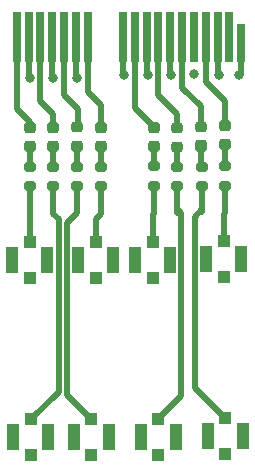
<source format=gbr>
%TF.GenerationSoftware,KiCad,Pcbnew,8.0.4-8.0.4-0~ubuntu22.04.1*%
%TF.CreationDate,2024-08-22T22:04:31-07:00*%
%TF.ProjectId,siglent-la,7369676c-656e-4742-9d6c-612e6b696361,rev?*%
%TF.SameCoordinates,Original*%
%TF.FileFunction,Copper,L4,Bot*%
%TF.FilePolarity,Positive*%
%FSLAX46Y46*%
G04 Gerber Fmt 4.6, Leading zero omitted, Abs format (unit mm)*
G04 Created by KiCad (PCBNEW 8.0.4-8.0.4-0~ubuntu22.04.1) date 2024-08-22 22:04:31*
%MOMM*%
%LPD*%
G01*
G04 APERTURE LIST*
G04 Aperture macros list*
%AMRoundRect*
0 Rectangle with rounded corners*
0 $1 Rounding radius*
0 $2 $3 $4 $5 $6 $7 $8 $9 X,Y pos of 4 corners*
0 Add a 4 corners polygon primitive as box body*
4,1,4,$2,$3,$4,$5,$6,$7,$8,$9,$2,$3,0*
0 Add four circle primitives for the rounded corners*
1,1,$1+$1,$2,$3*
1,1,$1+$1,$4,$5*
1,1,$1+$1,$6,$7*
1,1,$1+$1,$8,$9*
0 Add four rect primitives between the rounded corners*
20,1,$1+$1,$2,$3,$4,$5,0*
20,1,$1+$1,$4,$5,$6,$7,0*
20,1,$1+$1,$6,$7,$8,$9,0*
20,1,$1+$1,$8,$9,$2,$3,0*%
G04 Aperture macros list end*
%TA.AperFunction,SMDPad,CuDef*%
%ADD10R,1.000000X1.000000*%
%TD*%
%TA.AperFunction,SMDPad,CuDef*%
%ADD11R,1.050000X2.200000*%
%TD*%
%TA.AperFunction,ConnectorPad*%
%ADD12R,0.700000X4.300000*%
%TD*%
%TA.AperFunction,ConnectorPad*%
%ADD13R,0.700000X3.200000*%
%TD*%
%TA.AperFunction,SMDPad,CuDef*%
%ADD14RoundRect,0.200000X0.275000X-0.200000X0.275000X0.200000X-0.275000X0.200000X-0.275000X-0.200000X0*%
%TD*%
%TA.AperFunction,SMDPad,CuDef*%
%ADD15RoundRect,0.225000X0.250000X-0.225000X0.250000X0.225000X-0.250000X0.225000X-0.250000X-0.225000X0*%
%TD*%
%TA.AperFunction,ViaPad*%
%ADD16C,0.800000*%
%TD*%
%TA.AperFunction,Conductor*%
%ADD17C,0.500000*%
%TD*%
G04 APERTURE END LIST*
D10*
%TO.P,J12,1,In*%
%TO.N,Net-(J12-In)*%
X118925000Y-84300000D03*
D11*
%TO.P,J12,2,Ext*%
%TO.N,GND*%
X120400000Y-85800000D03*
D10*
X118925000Y-87300000D03*
D11*
X117450000Y-85800000D03*
%TD*%
D10*
%TO.P,J10,1,In*%
%TO.N,Net-(J10-In)*%
X119075000Y-99300000D03*
D11*
%TO.P,J10,2,Ext*%
%TO.N,GND*%
X120550000Y-100800000D03*
D10*
X119075000Y-102300000D03*
D11*
X117600000Y-100800000D03*
%TD*%
D10*
%TO.P,J9,1,In*%
%TO.N,Net-(J9-In)*%
X113400000Y-99400000D03*
D11*
%TO.P,J9,2,Ext*%
%TO.N,GND*%
X114875000Y-100900000D03*
D10*
X113400000Y-102400000D03*
D11*
X111925000Y-100900000D03*
%TD*%
D10*
%TO.P,J8,1,In*%
%TO.N,Net-(J8-In)*%
X112900000Y-84400000D03*
D11*
%TO.P,J8,2,Ext*%
%TO.N,GND*%
X114375000Y-85900000D03*
D10*
X112900000Y-87400000D03*
D11*
X111425000Y-85900000D03*
%TD*%
D10*
%TO.P,J7,1,In*%
%TO.N,Net-(J7-In)*%
X108100000Y-84400000D03*
D11*
%TO.P,J7,2,Ext*%
%TO.N,GND*%
X109575000Y-85900000D03*
D10*
X108100000Y-87400000D03*
D11*
X106625000Y-85900000D03*
%TD*%
D10*
%TO.P,J6,1,In*%
%TO.N,Net-(J6-In)*%
X107700000Y-99400000D03*
D11*
%TO.P,J6,2,Ext*%
%TO.N,GND*%
X109175000Y-100900000D03*
D10*
X107700000Y-102400000D03*
D11*
X106225000Y-100900000D03*
%TD*%
D10*
%TO.P,J3,1,In*%
%TO.N,Net-(J3-In)*%
X102600000Y-99400000D03*
D11*
%TO.P,J3,2,Ext*%
%TO.N,GND*%
X104075000Y-100900000D03*
D10*
X102600000Y-102400000D03*
D11*
X101125000Y-100900000D03*
%TD*%
D10*
%TO.P,J2,1,In*%
%TO.N,Net-(J2-In)*%
X102500000Y-84400000D03*
D11*
%TO.P,J2,2,Ext*%
%TO.N,GND*%
X103975000Y-85900000D03*
D10*
X102500000Y-87400000D03*
D11*
X101025000Y-85900000D03*
%TD*%
D12*
%TO.P,J1,A18,GND*%
%TO.N,/input0/OUT*%
X101400000Y-67000000D03*
%TO.P,J1,A17,PERn0*%
%TO.N,GND*%
X102400000Y-67000000D03*
%TO.P,J1,A16,PERp0*%
%TO.N,/input1/OUT*%
X103400000Y-67000000D03*
%TO.P,J1,A15,GND*%
%TO.N,GND*%
X104400000Y-67000000D03*
%TO.P,J1,A14,REFCLK-*%
%TO.N,/input2/OUT*%
X105400000Y-67000000D03*
%TO.P,J1,A13,REFCLK+*%
%TO.N,GND*%
X106400000Y-67000000D03*
%TO.P,J1,A12,GND*%
%TO.N,/input3/OUT*%
X107400000Y-67000000D03*
%TO.P,J1,A11,~{PERST}*%
%TO.N,GND*%
X110400000Y-67000000D03*
%TO.P,J1,A10,+3.3V*%
%TO.N,/input4/OUT*%
X111400000Y-67000000D03*
%TO.P,J1,A9,+3.3V*%
%TO.N,GND*%
X112400000Y-67000000D03*
%TO.P,J1,A8,JTAG5*%
%TO.N,/input5/OUT*%
X113400000Y-67000000D03*
%TO.P,J1,A7,JTAG4*%
%TO.N,GND*%
X114400000Y-67000000D03*
%TO.P,J1,A6,JTAG3*%
%TO.N,/input6/OUT*%
X115400000Y-67000000D03*
%TO.P,J1,A5,JTAG2*%
%TO.N,GND*%
X116400000Y-67000000D03*
%TO.P,J1,A4,GND*%
%TO.N,/input7/OUT*%
X117400000Y-67000000D03*
%TO.P,J1,A3,+12V*%
%TO.N,GND*%
X118400000Y-67000000D03*
%TO.P,J1,A2,+12V*%
%TO.N,unconnected-(J1-+12V-PadA2)*%
X119400000Y-67000000D03*
D13*
%TO.P,J1,A1,~{PRSNT1}*%
%TO.N,GND*%
X120400000Y-67550000D03*
%TD*%
D14*
%TO.P,R16,1*%
%TO.N,Net-(C8-Pad1)*%
X119000000Y-76125000D03*
%TO.P,R16,2*%
%TO.N,/input7/OUT*%
X119000000Y-74475000D03*
%TD*%
%TO.P,R10,1*%
%TO.N,Net-(C5-Pad1)*%
X113000000Y-76325000D03*
%TO.P,R10,2*%
%TO.N,/input4/OUT*%
X113000000Y-74675000D03*
%TD*%
D15*
%TO.P,C2,1*%
%TO.N,Net-(C2-Pad1)*%
X104500000Y-76275000D03*
%TO.P,C2,2*%
%TO.N,/input1/OUT*%
X104500000Y-74725000D03*
%TD*%
%TO.P,C8,1*%
%TO.N,Net-(C8-Pad1)*%
X119000000Y-76075000D03*
%TO.P,C8,2*%
%TO.N,/input7/OUT*%
X119000000Y-74525000D03*
%TD*%
D14*
%TO.P,R7,1*%
%TO.N,Net-(J7-In)*%
X108500000Y-79650000D03*
%TO.P,R7,2*%
%TO.N,Net-(C4-Pad1)*%
X108500000Y-78000000D03*
%TD*%
D15*
%TO.P,C5,1*%
%TO.N,Net-(C5-Pad1)*%
X113000000Y-76275000D03*
%TO.P,C5,2*%
%TO.N,/input4/OUT*%
X113000000Y-74725000D03*
%TD*%
D14*
%TO.P,R15,1*%
%TO.N,Net-(J12-In)*%
X119000000Y-79600000D03*
%TO.P,R15,2*%
%TO.N,Net-(C8-Pad1)*%
X119000000Y-77950000D03*
%TD*%
D15*
%TO.P,C3,1*%
%TO.N,Net-(C3-Pad1)*%
X106500000Y-76225000D03*
%TO.P,C3,2*%
%TO.N,/input2/OUT*%
X106500000Y-74675000D03*
%TD*%
D14*
%TO.P,R13,1*%
%TO.N,Net-(J10-In)*%
X117100000Y-79650000D03*
%TO.P,R13,2*%
%TO.N,Net-(C7-Pad1)*%
X117100000Y-78000000D03*
%TD*%
D15*
%TO.P,C6,1*%
%TO.N,Net-(C6-Pad1)*%
X115000000Y-76300000D03*
%TO.P,C6,2*%
%TO.N,/input5/OUT*%
X115000000Y-74750000D03*
%TD*%
D14*
%TO.P,R8,1*%
%TO.N,Net-(C4-Pad1)*%
X108500000Y-76325000D03*
%TO.P,R8,2*%
%TO.N,/input3/OUT*%
X108500000Y-74675000D03*
%TD*%
%TO.P,R1,1*%
%TO.N,Net-(J2-In)*%
X102500000Y-79650000D03*
%TO.P,R1,2*%
%TO.N,Net-(C1-Pad1)*%
X102500000Y-78000000D03*
%TD*%
D15*
%TO.P,C4,1*%
%TO.N,Net-(C4-Pad1)*%
X108500000Y-76275000D03*
%TO.P,C4,2*%
%TO.N,/input3/OUT*%
X108500000Y-74725000D03*
%TD*%
D14*
%TO.P,R12,1*%
%TO.N,Net-(C6-Pad1)*%
X115000000Y-76350000D03*
%TO.P,R12,2*%
%TO.N,/input5/OUT*%
X115000000Y-74700000D03*
%TD*%
%TO.P,R6,1*%
%TO.N,Net-(C3-Pad1)*%
X106500000Y-76325000D03*
%TO.P,R6,2*%
%TO.N,/input2/OUT*%
X106500000Y-74675000D03*
%TD*%
%TO.P,R9,1*%
%TO.N,Net-(J8-In)*%
X113000000Y-79625000D03*
%TO.P,R9,2*%
%TO.N,Net-(C5-Pad1)*%
X113000000Y-77975000D03*
%TD*%
%TO.P,R2,1*%
%TO.N,Net-(C1-Pad1)*%
X102500000Y-76325000D03*
%TO.P,R2,2*%
%TO.N,/input0/OUT*%
X102500000Y-74675000D03*
%TD*%
%TO.P,R5,1*%
%TO.N,Net-(J6-In)*%
X106500000Y-79650000D03*
%TO.P,R5,2*%
%TO.N,Net-(C3-Pad1)*%
X106500000Y-78000000D03*
%TD*%
D15*
%TO.P,C7,1*%
%TO.N,Net-(C7-Pad1)*%
X117000000Y-76175000D03*
%TO.P,C7,2*%
%TO.N,/input6/OUT*%
X117000000Y-74625000D03*
%TD*%
D14*
%TO.P,R14,1*%
%TO.N,Net-(C7-Pad1)*%
X117000000Y-76325000D03*
%TO.P,R14,2*%
%TO.N,/input6/OUT*%
X117000000Y-74675000D03*
%TD*%
%TO.P,R4,1*%
%TO.N,Net-(C2-Pad1)*%
X104500000Y-76325000D03*
%TO.P,R4,2*%
%TO.N,/input1/OUT*%
X104500000Y-74675000D03*
%TD*%
%TO.P,R11,1*%
%TO.N,Net-(J9-In)*%
X115000000Y-79650000D03*
%TO.P,R11,2*%
%TO.N,Net-(C6-Pad1)*%
X115000000Y-78000000D03*
%TD*%
%TO.P,R3,1*%
%TO.N,Net-(J3-In)*%
X104500000Y-79650000D03*
%TO.P,R3,2*%
%TO.N,Net-(C2-Pad1)*%
X104500000Y-78000000D03*
%TD*%
D15*
%TO.P,C1,1*%
%TO.N,Net-(C1-Pad1)*%
X102500000Y-76250000D03*
%TO.P,C1,2*%
%TO.N,/input0/OUT*%
X102500000Y-74700000D03*
%TD*%
D16*
%TO.N,GND*%
X102500000Y-70500000D03*
X110500000Y-70250000D03*
X106500000Y-70500000D03*
X116400000Y-70150000D03*
X112500000Y-70250000D03*
X118500000Y-70250000D03*
X104500000Y-70500000D03*
X114500000Y-70250000D03*
X120250000Y-70250000D03*
%TD*%
D17*
%TO.N,Net-(J12-In)*%
X119000000Y-79600000D02*
X119000000Y-81960000D01*
X119000000Y-81960000D02*
X118925000Y-82035000D01*
X118925000Y-82035000D02*
X118925000Y-84300000D01*
%TO.N,Net-(J10-In)*%
X117100000Y-81600000D02*
X117100000Y-81860000D01*
X117100000Y-79650000D02*
X117100000Y-81600000D01*
X116475000Y-96700000D02*
X119075000Y-99300000D01*
X117100000Y-81600000D02*
X116475000Y-82225000D01*
X116475000Y-82225000D02*
X116475000Y-96700000D01*
%TO.N,Net-(J9-In)*%
X115000000Y-81600000D02*
X115000000Y-81960000D01*
X115000000Y-79650000D02*
X115000000Y-81600000D01*
X115000000Y-81600000D02*
X115350000Y-81950000D01*
X115350000Y-81950000D02*
X115350000Y-97450000D01*
X115350000Y-97450000D02*
X113400000Y-99400000D01*
%TO.N,Net-(J8-In)*%
X113000000Y-81960000D02*
X112900000Y-82060000D01*
X112900000Y-82060000D02*
X112900000Y-84400000D01*
%TO.N,Net-(J7-In)*%
X108500000Y-82000000D02*
X108100000Y-82400000D01*
X108100000Y-82400000D02*
X108100000Y-84400000D01*
%TO.N,Net-(J2-In)*%
X102500000Y-79650000D02*
X102500000Y-84400000D01*
%TO.N,Net-(J6-In)*%
X106500000Y-81960000D02*
X105650000Y-82810000D01*
X105650000Y-82810000D02*
X105650000Y-97350000D01*
X105650000Y-97350000D02*
X107700000Y-99400000D01*
%TO.N,Net-(J3-In)*%
X104500000Y-82000000D02*
X104950000Y-82450000D01*
X104950000Y-82450000D02*
X104950000Y-97050000D01*
X104950000Y-97050000D02*
X102600000Y-99400000D01*
%TO.N,Net-(C1-Pad1)*%
X102500000Y-76250000D02*
X102500000Y-78000000D01*
%TO.N,/input0/OUT*%
X102500000Y-74200000D02*
X102500000Y-74675000D01*
X101400000Y-67000000D02*
X101400000Y-73100000D01*
X101400000Y-73100000D02*
X102500000Y-74200000D01*
%TO.N,Net-(C2-Pad1)*%
X104500000Y-76275000D02*
X104500000Y-78000000D01*
%TO.N,/input1/OUT*%
X104500000Y-73550000D02*
X104500000Y-74725000D01*
X103400000Y-67000000D02*
X103400000Y-72450000D01*
X103400000Y-72450000D02*
X104500000Y-73550000D01*
%TO.N,Net-(C3-Pad1)*%
X106500000Y-76225000D02*
X106500000Y-78000000D01*
%TO.N,/input2/OUT*%
X105400000Y-67000000D02*
X105400000Y-71900000D01*
X105400000Y-71900000D02*
X106600000Y-73100000D01*
X106600000Y-73100000D02*
X106600000Y-74575000D01*
X106600000Y-74575000D02*
X106500000Y-74675000D01*
%TO.N,Net-(C4-Pad1)*%
X108500000Y-76275000D02*
X108500000Y-78000000D01*
%TO.N,/input3/OUT*%
X107400000Y-67000000D02*
X107400000Y-71700000D01*
X107400000Y-71700000D02*
X108500000Y-72800000D01*
X108500000Y-72800000D02*
X108500000Y-74675000D01*
%TO.N,Net-(C5-Pad1)*%
X113000000Y-76275000D02*
X113000000Y-77975000D01*
%TO.N,/input4/OUT*%
X112900000Y-74625000D02*
X113000000Y-74725000D01*
X111400000Y-73075000D02*
X113000000Y-74675000D01*
X111400000Y-67000000D02*
X111400000Y-73075000D01*
%TO.N,Net-(C6-Pad1)*%
X115000000Y-76300000D02*
X115000000Y-78000000D01*
%TO.N,/input5/OUT*%
X113400000Y-71950000D02*
X115000000Y-73550000D01*
X114900000Y-74600000D02*
X115000000Y-74700000D01*
X115000000Y-73550000D02*
X115000000Y-74700000D01*
X113400000Y-67000000D02*
X113400000Y-71950000D01*
%TO.N,Net-(C7-Pad1)*%
X117000000Y-77900000D02*
X117100000Y-78000000D01*
X117000000Y-76325000D02*
X117000000Y-77900000D01*
%TO.N,/input6/OUT*%
X115400000Y-71300000D02*
X117000000Y-72900000D01*
X115400000Y-67000000D02*
X115400000Y-71300000D01*
X117000000Y-72900000D02*
X117000000Y-74625000D01*
X116900000Y-74525000D02*
X117000000Y-74625000D01*
%TO.N,Net-(C8-Pad1)*%
X119000000Y-76125000D02*
X119000000Y-77950000D01*
%TO.N,/input7/OUT*%
X119000000Y-72426041D02*
X119000000Y-74475000D01*
X117400000Y-67000000D02*
X117400000Y-70826041D01*
X117400000Y-70826041D02*
X119000000Y-72426041D01*
X118900000Y-74375000D02*
X119000000Y-74475000D01*
%TO.N,GND*%
X104400000Y-70400000D02*
X104400000Y-67000000D01*
X120400000Y-67550000D02*
X120400000Y-70100000D01*
X118400000Y-67000000D02*
X118400000Y-70150000D01*
X110500000Y-70250000D02*
X110400000Y-70150000D01*
X102400000Y-67000000D02*
X102400000Y-70400000D01*
X118400000Y-70150000D02*
X118500000Y-70250000D01*
X102400000Y-70400000D02*
X102500000Y-70500000D01*
X114500000Y-70250000D02*
X114400000Y-70150000D01*
X104500000Y-70500000D02*
X104400000Y-70400000D01*
X114400000Y-70150000D02*
X114400000Y-67000000D01*
X110400000Y-70150000D02*
X110400000Y-67000000D01*
X120400000Y-70100000D02*
X120250000Y-70250000D01*
X106400000Y-70400000D02*
X106400000Y-67000000D01*
X112400000Y-67000000D02*
X112400000Y-70150000D01*
X106500000Y-70500000D02*
X106400000Y-70400000D01*
X112400000Y-70150000D02*
X112500000Y-70250000D01*
%TO.N,Net-(J3-In)*%
X104500000Y-79650000D02*
X104500000Y-82000000D01*
%TO.N,Net-(J6-In)*%
X106500000Y-79650000D02*
X106500000Y-81960000D01*
%TO.N,Net-(J7-In)*%
X108500000Y-79650000D02*
X108500000Y-82000000D01*
%TO.N,Net-(J8-In)*%
X113000000Y-79625000D02*
X113000000Y-81960000D01*
%TD*%
M02*

</source>
